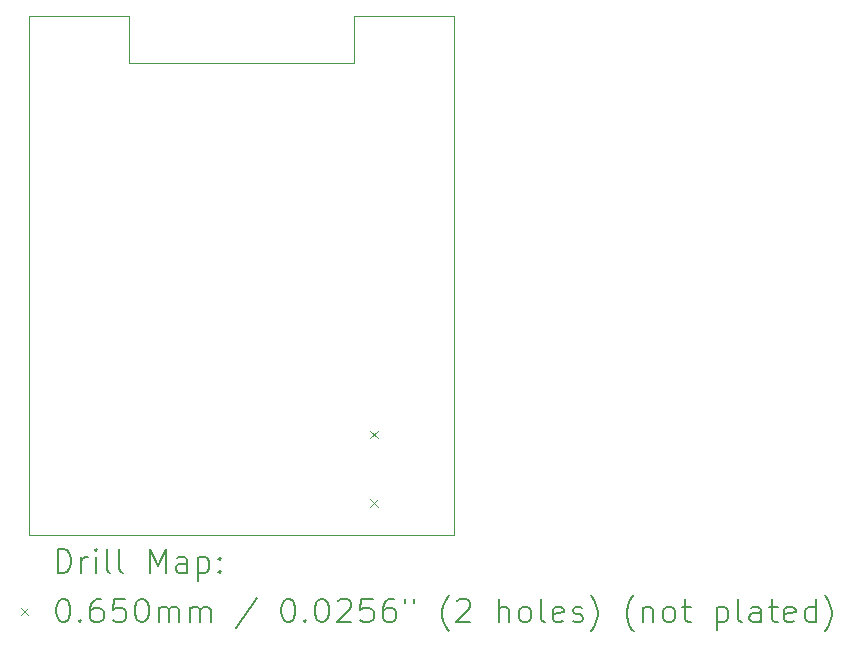
<source format=gbr>
%TF.GenerationSoftware,KiCad,Pcbnew,7.0.1-3b83917a11~172~ubuntu22.04.1*%
%TF.CreationDate,2023-04-18T10:02:11+02:00*%
%TF.ProjectId,part2,70617274-322e-46b6-9963-61645f706362,rev?*%
%TF.SameCoordinates,Original*%
%TF.FileFunction,Drillmap*%
%TF.FilePolarity,Positive*%
%FSLAX45Y45*%
G04 Gerber Fmt 4.5, Leading zero omitted, Abs format (unit mm)*
G04 Created by KiCad (PCBNEW 7.0.1-3b83917a11~172~ubuntu22.04.1) date 2023-04-18 10:02:11*
%MOMM*%
%LPD*%
G01*
G04 APERTURE LIST*
%ADD10C,0.100000*%
%ADD11C,0.200000*%
%ADD12C,0.065000*%
G04 APERTURE END LIST*
D10*
X12478200Y-7817400D02*
X13328200Y-7817400D01*
X13328200Y-7817400D02*
X13328200Y-8217400D01*
X16078200Y-12217400D02*
X16078200Y-7817400D01*
X13328200Y-8217400D02*
X15228200Y-8217400D01*
X12478200Y-7817400D02*
X12478200Y-12217400D01*
X15228200Y-7817400D02*
X16078200Y-7817400D01*
X15228200Y-8217400D02*
X15228200Y-7817400D01*
X12478200Y-12217400D02*
X16078200Y-12217400D01*
D11*
D12*
X15369050Y-11331100D02*
X15434050Y-11396100D01*
X15434050Y-11331100D02*
X15369050Y-11396100D01*
X15369050Y-11909100D02*
X15434050Y-11974100D01*
X15434050Y-11909100D02*
X15369050Y-11974100D01*
D11*
X12720819Y-12534924D02*
X12720819Y-12334924D01*
X12720819Y-12334924D02*
X12768438Y-12334924D01*
X12768438Y-12334924D02*
X12797009Y-12344448D01*
X12797009Y-12344448D02*
X12816057Y-12363495D01*
X12816057Y-12363495D02*
X12825581Y-12382543D01*
X12825581Y-12382543D02*
X12835105Y-12420638D01*
X12835105Y-12420638D02*
X12835105Y-12449209D01*
X12835105Y-12449209D02*
X12825581Y-12487305D01*
X12825581Y-12487305D02*
X12816057Y-12506352D01*
X12816057Y-12506352D02*
X12797009Y-12525400D01*
X12797009Y-12525400D02*
X12768438Y-12534924D01*
X12768438Y-12534924D02*
X12720819Y-12534924D01*
X12920819Y-12534924D02*
X12920819Y-12401590D01*
X12920819Y-12439686D02*
X12930343Y-12420638D01*
X12930343Y-12420638D02*
X12939867Y-12411114D01*
X12939867Y-12411114D02*
X12958914Y-12401590D01*
X12958914Y-12401590D02*
X12977962Y-12401590D01*
X13044628Y-12534924D02*
X13044628Y-12401590D01*
X13044628Y-12334924D02*
X13035105Y-12344448D01*
X13035105Y-12344448D02*
X13044628Y-12353971D01*
X13044628Y-12353971D02*
X13054152Y-12344448D01*
X13054152Y-12344448D02*
X13044628Y-12334924D01*
X13044628Y-12334924D02*
X13044628Y-12353971D01*
X13168438Y-12534924D02*
X13149390Y-12525400D01*
X13149390Y-12525400D02*
X13139867Y-12506352D01*
X13139867Y-12506352D02*
X13139867Y-12334924D01*
X13273200Y-12534924D02*
X13254152Y-12525400D01*
X13254152Y-12525400D02*
X13244628Y-12506352D01*
X13244628Y-12506352D02*
X13244628Y-12334924D01*
X13501771Y-12534924D02*
X13501771Y-12334924D01*
X13501771Y-12334924D02*
X13568438Y-12477781D01*
X13568438Y-12477781D02*
X13635105Y-12334924D01*
X13635105Y-12334924D02*
X13635105Y-12534924D01*
X13816057Y-12534924D02*
X13816057Y-12430162D01*
X13816057Y-12430162D02*
X13806533Y-12411114D01*
X13806533Y-12411114D02*
X13787486Y-12401590D01*
X13787486Y-12401590D02*
X13749390Y-12401590D01*
X13749390Y-12401590D02*
X13730343Y-12411114D01*
X13816057Y-12525400D02*
X13797009Y-12534924D01*
X13797009Y-12534924D02*
X13749390Y-12534924D01*
X13749390Y-12534924D02*
X13730343Y-12525400D01*
X13730343Y-12525400D02*
X13720819Y-12506352D01*
X13720819Y-12506352D02*
X13720819Y-12487305D01*
X13720819Y-12487305D02*
X13730343Y-12468257D01*
X13730343Y-12468257D02*
X13749390Y-12458733D01*
X13749390Y-12458733D02*
X13797009Y-12458733D01*
X13797009Y-12458733D02*
X13816057Y-12449209D01*
X13911295Y-12401590D02*
X13911295Y-12601590D01*
X13911295Y-12411114D02*
X13930343Y-12401590D01*
X13930343Y-12401590D02*
X13968438Y-12401590D01*
X13968438Y-12401590D02*
X13987486Y-12411114D01*
X13987486Y-12411114D02*
X13997009Y-12420638D01*
X13997009Y-12420638D02*
X14006533Y-12439686D01*
X14006533Y-12439686D02*
X14006533Y-12496828D01*
X14006533Y-12496828D02*
X13997009Y-12515876D01*
X13997009Y-12515876D02*
X13987486Y-12525400D01*
X13987486Y-12525400D02*
X13968438Y-12534924D01*
X13968438Y-12534924D02*
X13930343Y-12534924D01*
X13930343Y-12534924D02*
X13911295Y-12525400D01*
X14092248Y-12515876D02*
X14101771Y-12525400D01*
X14101771Y-12525400D02*
X14092248Y-12534924D01*
X14092248Y-12534924D02*
X14082724Y-12525400D01*
X14082724Y-12525400D02*
X14092248Y-12515876D01*
X14092248Y-12515876D02*
X14092248Y-12534924D01*
X14092248Y-12411114D02*
X14101771Y-12420638D01*
X14101771Y-12420638D02*
X14092248Y-12430162D01*
X14092248Y-12430162D02*
X14082724Y-12420638D01*
X14082724Y-12420638D02*
X14092248Y-12411114D01*
X14092248Y-12411114D02*
X14092248Y-12430162D01*
D12*
X12408200Y-12829900D02*
X12473200Y-12894900D01*
X12473200Y-12829900D02*
X12408200Y-12894900D01*
D11*
X12758914Y-12754924D02*
X12777962Y-12754924D01*
X12777962Y-12754924D02*
X12797009Y-12764448D01*
X12797009Y-12764448D02*
X12806533Y-12773971D01*
X12806533Y-12773971D02*
X12816057Y-12793019D01*
X12816057Y-12793019D02*
X12825581Y-12831114D01*
X12825581Y-12831114D02*
X12825581Y-12878733D01*
X12825581Y-12878733D02*
X12816057Y-12916828D01*
X12816057Y-12916828D02*
X12806533Y-12935876D01*
X12806533Y-12935876D02*
X12797009Y-12945400D01*
X12797009Y-12945400D02*
X12777962Y-12954924D01*
X12777962Y-12954924D02*
X12758914Y-12954924D01*
X12758914Y-12954924D02*
X12739867Y-12945400D01*
X12739867Y-12945400D02*
X12730343Y-12935876D01*
X12730343Y-12935876D02*
X12720819Y-12916828D01*
X12720819Y-12916828D02*
X12711295Y-12878733D01*
X12711295Y-12878733D02*
X12711295Y-12831114D01*
X12711295Y-12831114D02*
X12720819Y-12793019D01*
X12720819Y-12793019D02*
X12730343Y-12773971D01*
X12730343Y-12773971D02*
X12739867Y-12764448D01*
X12739867Y-12764448D02*
X12758914Y-12754924D01*
X12911295Y-12935876D02*
X12920819Y-12945400D01*
X12920819Y-12945400D02*
X12911295Y-12954924D01*
X12911295Y-12954924D02*
X12901771Y-12945400D01*
X12901771Y-12945400D02*
X12911295Y-12935876D01*
X12911295Y-12935876D02*
X12911295Y-12954924D01*
X13092248Y-12754924D02*
X13054152Y-12754924D01*
X13054152Y-12754924D02*
X13035105Y-12764448D01*
X13035105Y-12764448D02*
X13025581Y-12773971D01*
X13025581Y-12773971D02*
X13006533Y-12802543D01*
X13006533Y-12802543D02*
X12997009Y-12840638D01*
X12997009Y-12840638D02*
X12997009Y-12916828D01*
X12997009Y-12916828D02*
X13006533Y-12935876D01*
X13006533Y-12935876D02*
X13016057Y-12945400D01*
X13016057Y-12945400D02*
X13035105Y-12954924D01*
X13035105Y-12954924D02*
X13073200Y-12954924D01*
X13073200Y-12954924D02*
X13092248Y-12945400D01*
X13092248Y-12945400D02*
X13101771Y-12935876D01*
X13101771Y-12935876D02*
X13111295Y-12916828D01*
X13111295Y-12916828D02*
X13111295Y-12869209D01*
X13111295Y-12869209D02*
X13101771Y-12850162D01*
X13101771Y-12850162D02*
X13092248Y-12840638D01*
X13092248Y-12840638D02*
X13073200Y-12831114D01*
X13073200Y-12831114D02*
X13035105Y-12831114D01*
X13035105Y-12831114D02*
X13016057Y-12840638D01*
X13016057Y-12840638D02*
X13006533Y-12850162D01*
X13006533Y-12850162D02*
X12997009Y-12869209D01*
X13292248Y-12754924D02*
X13197009Y-12754924D01*
X13197009Y-12754924D02*
X13187486Y-12850162D01*
X13187486Y-12850162D02*
X13197009Y-12840638D01*
X13197009Y-12840638D02*
X13216057Y-12831114D01*
X13216057Y-12831114D02*
X13263676Y-12831114D01*
X13263676Y-12831114D02*
X13282724Y-12840638D01*
X13282724Y-12840638D02*
X13292248Y-12850162D01*
X13292248Y-12850162D02*
X13301771Y-12869209D01*
X13301771Y-12869209D02*
X13301771Y-12916828D01*
X13301771Y-12916828D02*
X13292248Y-12935876D01*
X13292248Y-12935876D02*
X13282724Y-12945400D01*
X13282724Y-12945400D02*
X13263676Y-12954924D01*
X13263676Y-12954924D02*
X13216057Y-12954924D01*
X13216057Y-12954924D02*
X13197009Y-12945400D01*
X13197009Y-12945400D02*
X13187486Y-12935876D01*
X13425581Y-12754924D02*
X13444629Y-12754924D01*
X13444629Y-12754924D02*
X13463676Y-12764448D01*
X13463676Y-12764448D02*
X13473200Y-12773971D01*
X13473200Y-12773971D02*
X13482724Y-12793019D01*
X13482724Y-12793019D02*
X13492248Y-12831114D01*
X13492248Y-12831114D02*
X13492248Y-12878733D01*
X13492248Y-12878733D02*
X13482724Y-12916828D01*
X13482724Y-12916828D02*
X13473200Y-12935876D01*
X13473200Y-12935876D02*
X13463676Y-12945400D01*
X13463676Y-12945400D02*
X13444629Y-12954924D01*
X13444629Y-12954924D02*
X13425581Y-12954924D01*
X13425581Y-12954924D02*
X13406533Y-12945400D01*
X13406533Y-12945400D02*
X13397009Y-12935876D01*
X13397009Y-12935876D02*
X13387486Y-12916828D01*
X13387486Y-12916828D02*
X13377962Y-12878733D01*
X13377962Y-12878733D02*
X13377962Y-12831114D01*
X13377962Y-12831114D02*
X13387486Y-12793019D01*
X13387486Y-12793019D02*
X13397009Y-12773971D01*
X13397009Y-12773971D02*
X13406533Y-12764448D01*
X13406533Y-12764448D02*
X13425581Y-12754924D01*
X13577962Y-12954924D02*
X13577962Y-12821590D01*
X13577962Y-12840638D02*
X13587486Y-12831114D01*
X13587486Y-12831114D02*
X13606533Y-12821590D01*
X13606533Y-12821590D02*
X13635105Y-12821590D01*
X13635105Y-12821590D02*
X13654152Y-12831114D01*
X13654152Y-12831114D02*
X13663676Y-12850162D01*
X13663676Y-12850162D02*
X13663676Y-12954924D01*
X13663676Y-12850162D02*
X13673200Y-12831114D01*
X13673200Y-12831114D02*
X13692248Y-12821590D01*
X13692248Y-12821590D02*
X13720819Y-12821590D01*
X13720819Y-12821590D02*
X13739867Y-12831114D01*
X13739867Y-12831114D02*
X13749390Y-12850162D01*
X13749390Y-12850162D02*
X13749390Y-12954924D01*
X13844629Y-12954924D02*
X13844629Y-12821590D01*
X13844629Y-12840638D02*
X13854152Y-12831114D01*
X13854152Y-12831114D02*
X13873200Y-12821590D01*
X13873200Y-12821590D02*
X13901771Y-12821590D01*
X13901771Y-12821590D02*
X13920819Y-12831114D01*
X13920819Y-12831114D02*
X13930343Y-12850162D01*
X13930343Y-12850162D02*
X13930343Y-12954924D01*
X13930343Y-12850162D02*
X13939867Y-12831114D01*
X13939867Y-12831114D02*
X13958914Y-12821590D01*
X13958914Y-12821590D02*
X13987486Y-12821590D01*
X13987486Y-12821590D02*
X14006533Y-12831114D01*
X14006533Y-12831114D02*
X14016057Y-12850162D01*
X14016057Y-12850162D02*
X14016057Y-12954924D01*
X14406533Y-12745400D02*
X14235105Y-13002543D01*
X14663676Y-12754924D02*
X14682724Y-12754924D01*
X14682724Y-12754924D02*
X14701772Y-12764448D01*
X14701772Y-12764448D02*
X14711295Y-12773971D01*
X14711295Y-12773971D02*
X14720819Y-12793019D01*
X14720819Y-12793019D02*
X14730343Y-12831114D01*
X14730343Y-12831114D02*
X14730343Y-12878733D01*
X14730343Y-12878733D02*
X14720819Y-12916828D01*
X14720819Y-12916828D02*
X14711295Y-12935876D01*
X14711295Y-12935876D02*
X14701772Y-12945400D01*
X14701772Y-12945400D02*
X14682724Y-12954924D01*
X14682724Y-12954924D02*
X14663676Y-12954924D01*
X14663676Y-12954924D02*
X14644629Y-12945400D01*
X14644629Y-12945400D02*
X14635105Y-12935876D01*
X14635105Y-12935876D02*
X14625581Y-12916828D01*
X14625581Y-12916828D02*
X14616057Y-12878733D01*
X14616057Y-12878733D02*
X14616057Y-12831114D01*
X14616057Y-12831114D02*
X14625581Y-12793019D01*
X14625581Y-12793019D02*
X14635105Y-12773971D01*
X14635105Y-12773971D02*
X14644629Y-12764448D01*
X14644629Y-12764448D02*
X14663676Y-12754924D01*
X14816057Y-12935876D02*
X14825581Y-12945400D01*
X14825581Y-12945400D02*
X14816057Y-12954924D01*
X14816057Y-12954924D02*
X14806533Y-12945400D01*
X14806533Y-12945400D02*
X14816057Y-12935876D01*
X14816057Y-12935876D02*
X14816057Y-12954924D01*
X14949391Y-12754924D02*
X14968438Y-12754924D01*
X14968438Y-12754924D02*
X14987486Y-12764448D01*
X14987486Y-12764448D02*
X14997010Y-12773971D01*
X14997010Y-12773971D02*
X15006533Y-12793019D01*
X15006533Y-12793019D02*
X15016057Y-12831114D01*
X15016057Y-12831114D02*
X15016057Y-12878733D01*
X15016057Y-12878733D02*
X15006533Y-12916828D01*
X15006533Y-12916828D02*
X14997010Y-12935876D01*
X14997010Y-12935876D02*
X14987486Y-12945400D01*
X14987486Y-12945400D02*
X14968438Y-12954924D01*
X14968438Y-12954924D02*
X14949391Y-12954924D01*
X14949391Y-12954924D02*
X14930343Y-12945400D01*
X14930343Y-12945400D02*
X14920819Y-12935876D01*
X14920819Y-12935876D02*
X14911295Y-12916828D01*
X14911295Y-12916828D02*
X14901772Y-12878733D01*
X14901772Y-12878733D02*
X14901772Y-12831114D01*
X14901772Y-12831114D02*
X14911295Y-12793019D01*
X14911295Y-12793019D02*
X14920819Y-12773971D01*
X14920819Y-12773971D02*
X14930343Y-12764448D01*
X14930343Y-12764448D02*
X14949391Y-12754924D01*
X15092248Y-12773971D02*
X15101772Y-12764448D01*
X15101772Y-12764448D02*
X15120819Y-12754924D01*
X15120819Y-12754924D02*
X15168438Y-12754924D01*
X15168438Y-12754924D02*
X15187486Y-12764448D01*
X15187486Y-12764448D02*
X15197010Y-12773971D01*
X15197010Y-12773971D02*
X15206533Y-12793019D01*
X15206533Y-12793019D02*
X15206533Y-12812067D01*
X15206533Y-12812067D02*
X15197010Y-12840638D01*
X15197010Y-12840638D02*
X15082724Y-12954924D01*
X15082724Y-12954924D02*
X15206533Y-12954924D01*
X15387486Y-12754924D02*
X15292248Y-12754924D01*
X15292248Y-12754924D02*
X15282724Y-12850162D01*
X15282724Y-12850162D02*
X15292248Y-12840638D01*
X15292248Y-12840638D02*
X15311295Y-12831114D01*
X15311295Y-12831114D02*
X15358914Y-12831114D01*
X15358914Y-12831114D02*
X15377962Y-12840638D01*
X15377962Y-12840638D02*
X15387486Y-12850162D01*
X15387486Y-12850162D02*
X15397010Y-12869209D01*
X15397010Y-12869209D02*
X15397010Y-12916828D01*
X15397010Y-12916828D02*
X15387486Y-12935876D01*
X15387486Y-12935876D02*
X15377962Y-12945400D01*
X15377962Y-12945400D02*
X15358914Y-12954924D01*
X15358914Y-12954924D02*
X15311295Y-12954924D01*
X15311295Y-12954924D02*
X15292248Y-12945400D01*
X15292248Y-12945400D02*
X15282724Y-12935876D01*
X15568438Y-12754924D02*
X15530343Y-12754924D01*
X15530343Y-12754924D02*
X15511295Y-12764448D01*
X15511295Y-12764448D02*
X15501772Y-12773971D01*
X15501772Y-12773971D02*
X15482724Y-12802543D01*
X15482724Y-12802543D02*
X15473200Y-12840638D01*
X15473200Y-12840638D02*
X15473200Y-12916828D01*
X15473200Y-12916828D02*
X15482724Y-12935876D01*
X15482724Y-12935876D02*
X15492248Y-12945400D01*
X15492248Y-12945400D02*
X15511295Y-12954924D01*
X15511295Y-12954924D02*
X15549391Y-12954924D01*
X15549391Y-12954924D02*
X15568438Y-12945400D01*
X15568438Y-12945400D02*
X15577962Y-12935876D01*
X15577962Y-12935876D02*
X15587486Y-12916828D01*
X15587486Y-12916828D02*
X15587486Y-12869209D01*
X15587486Y-12869209D02*
X15577962Y-12850162D01*
X15577962Y-12850162D02*
X15568438Y-12840638D01*
X15568438Y-12840638D02*
X15549391Y-12831114D01*
X15549391Y-12831114D02*
X15511295Y-12831114D01*
X15511295Y-12831114D02*
X15492248Y-12840638D01*
X15492248Y-12840638D02*
X15482724Y-12850162D01*
X15482724Y-12850162D02*
X15473200Y-12869209D01*
X15663676Y-12754924D02*
X15663676Y-12793019D01*
X15739867Y-12754924D02*
X15739867Y-12793019D01*
X16035105Y-13031114D02*
X16025581Y-13021590D01*
X16025581Y-13021590D02*
X16006534Y-12993019D01*
X16006534Y-12993019D02*
X15997010Y-12973971D01*
X15997010Y-12973971D02*
X15987486Y-12945400D01*
X15987486Y-12945400D02*
X15977962Y-12897781D01*
X15977962Y-12897781D02*
X15977962Y-12859686D01*
X15977962Y-12859686D02*
X15987486Y-12812067D01*
X15987486Y-12812067D02*
X15997010Y-12783495D01*
X15997010Y-12783495D02*
X16006534Y-12764448D01*
X16006534Y-12764448D02*
X16025581Y-12735876D01*
X16025581Y-12735876D02*
X16035105Y-12726352D01*
X16101772Y-12773971D02*
X16111295Y-12764448D01*
X16111295Y-12764448D02*
X16130343Y-12754924D01*
X16130343Y-12754924D02*
X16177962Y-12754924D01*
X16177962Y-12754924D02*
X16197010Y-12764448D01*
X16197010Y-12764448D02*
X16206534Y-12773971D01*
X16206534Y-12773971D02*
X16216057Y-12793019D01*
X16216057Y-12793019D02*
X16216057Y-12812067D01*
X16216057Y-12812067D02*
X16206534Y-12840638D01*
X16206534Y-12840638D02*
X16092248Y-12954924D01*
X16092248Y-12954924D02*
X16216057Y-12954924D01*
X16454153Y-12954924D02*
X16454153Y-12754924D01*
X16539867Y-12954924D02*
X16539867Y-12850162D01*
X16539867Y-12850162D02*
X16530343Y-12831114D01*
X16530343Y-12831114D02*
X16511296Y-12821590D01*
X16511296Y-12821590D02*
X16482724Y-12821590D01*
X16482724Y-12821590D02*
X16463676Y-12831114D01*
X16463676Y-12831114D02*
X16454153Y-12840638D01*
X16663676Y-12954924D02*
X16644629Y-12945400D01*
X16644629Y-12945400D02*
X16635105Y-12935876D01*
X16635105Y-12935876D02*
X16625581Y-12916828D01*
X16625581Y-12916828D02*
X16625581Y-12859686D01*
X16625581Y-12859686D02*
X16635105Y-12840638D01*
X16635105Y-12840638D02*
X16644629Y-12831114D01*
X16644629Y-12831114D02*
X16663676Y-12821590D01*
X16663676Y-12821590D02*
X16692248Y-12821590D01*
X16692248Y-12821590D02*
X16711296Y-12831114D01*
X16711296Y-12831114D02*
X16720819Y-12840638D01*
X16720819Y-12840638D02*
X16730343Y-12859686D01*
X16730343Y-12859686D02*
X16730343Y-12916828D01*
X16730343Y-12916828D02*
X16720819Y-12935876D01*
X16720819Y-12935876D02*
X16711296Y-12945400D01*
X16711296Y-12945400D02*
X16692248Y-12954924D01*
X16692248Y-12954924D02*
X16663676Y-12954924D01*
X16844629Y-12954924D02*
X16825581Y-12945400D01*
X16825581Y-12945400D02*
X16816058Y-12926352D01*
X16816058Y-12926352D02*
X16816058Y-12754924D01*
X16997010Y-12945400D02*
X16977962Y-12954924D01*
X16977962Y-12954924D02*
X16939867Y-12954924D01*
X16939867Y-12954924D02*
X16920819Y-12945400D01*
X16920819Y-12945400D02*
X16911296Y-12926352D01*
X16911296Y-12926352D02*
X16911296Y-12850162D01*
X16911296Y-12850162D02*
X16920819Y-12831114D01*
X16920819Y-12831114D02*
X16939867Y-12821590D01*
X16939867Y-12821590D02*
X16977962Y-12821590D01*
X16977962Y-12821590D02*
X16997010Y-12831114D01*
X16997010Y-12831114D02*
X17006534Y-12850162D01*
X17006534Y-12850162D02*
X17006534Y-12869209D01*
X17006534Y-12869209D02*
X16911296Y-12888257D01*
X17082724Y-12945400D02*
X17101772Y-12954924D01*
X17101772Y-12954924D02*
X17139867Y-12954924D01*
X17139867Y-12954924D02*
X17158915Y-12945400D01*
X17158915Y-12945400D02*
X17168439Y-12926352D01*
X17168439Y-12926352D02*
X17168439Y-12916828D01*
X17168439Y-12916828D02*
X17158915Y-12897781D01*
X17158915Y-12897781D02*
X17139867Y-12888257D01*
X17139867Y-12888257D02*
X17111296Y-12888257D01*
X17111296Y-12888257D02*
X17092248Y-12878733D01*
X17092248Y-12878733D02*
X17082724Y-12859686D01*
X17082724Y-12859686D02*
X17082724Y-12850162D01*
X17082724Y-12850162D02*
X17092248Y-12831114D01*
X17092248Y-12831114D02*
X17111296Y-12821590D01*
X17111296Y-12821590D02*
X17139867Y-12821590D01*
X17139867Y-12821590D02*
X17158915Y-12831114D01*
X17235105Y-13031114D02*
X17244629Y-13021590D01*
X17244629Y-13021590D02*
X17263677Y-12993019D01*
X17263677Y-12993019D02*
X17273200Y-12973971D01*
X17273200Y-12973971D02*
X17282724Y-12945400D01*
X17282724Y-12945400D02*
X17292248Y-12897781D01*
X17292248Y-12897781D02*
X17292248Y-12859686D01*
X17292248Y-12859686D02*
X17282724Y-12812067D01*
X17282724Y-12812067D02*
X17273200Y-12783495D01*
X17273200Y-12783495D02*
X17263677Y-12764448D01*
X17263677Y-12764448D02*
X17244629Y-12735876D01*
X17244629Y-12735876D02*
X17235105Y-12726352D01*
X17597010Y-13031114D02*
X17587486Y-13021590D01*
X17587486Y-13021590D02*
X17568439Y-12993019D01*
X17568439Y-12993019D02*
X17558915Y-12973971D01*
X17558915Y-12973971D02*
X17549391Y-12945400D01*
X17549391Y-12945400D02*
X17539867Y-12897781D01*
X17539867Y-12897781D02*
X17539867Y-12859686D01*
X17539867Y-12859686D02*
X17549391Y-12812067D01*
X17549391Y-12812067D02*
X17558915Y-12783495D01*
X17558915Y-12783495D02*
X17568439Y-12764448D01*
X17568439Y-12764448D02*
X17587486Y-12735876D01*
X17587486Y-12735876D02*
X17597010Y-12726352D01*
X17673200Y-12821590D02*
X17673200Y-12954924D01*
X17673200Y-12840638D02*
X17682724Y-12831114D01*
X17682724Y-12831114D02*
X17701772Y-12821590D01*
X17701772Y-12821590D02*
X17730343Y-12821590D01*
X17730343Y-12821590D02*
X17749391Y-12831114D01*
X17749391Y-12831114D02*
X17758915Y-12850162D01*
X17758915Y-12850162D02*
X17758915Y-12954924D01*
X17882724Y-12954924D02*
X17863677Y-12945400D01*
X17863677Y-12945400D02*
X17854153Y-12935876D01*
X17854153Y-12935876D02*
X17844629Y-12916828D01*
X17844629Y-12916828D02*
X17844629Y-12859686D01*
X17844629Y-12859686D02*
X17854153Y-12840638D01*
X17854153Y-12840638D02*
X17863677Y-12831114D01*
X17863677Y-12831114D02*
X17882724Y-12821590D01*
X17882724Y-12821590D02*
X17911296Y-12821590D01*
X17911296Y-12821590D02*
X17930343Y-12831114D01*
X17930343Y-12831114D02*
X17939867Y-12840638D01*
X17939867Y-12840638D02*
X17949391Y-12859686D01*
X17949391Y-12859686D02*
X17949391Y-12916828D01*
X17949391Y-12916828D02*
X17939867Y-12935876D01*
X17939867Y-12935876D02*
X17930343Y-12945400D01*
X17930343Y-12945400D02*
X17911296Y-12954924D01*
X17911296Y-12954924D02*
X17882724Y-12954924D01*
X18006534Y-12821590D02*
X18082724Y-12821590D01*
X18035105Y-12754924D02*
X18035105Y-12926352D01*
X18035105Y-12926352D02*
X18044629Y-12945400D01*
X18044629Y-12945400D02*
X18063677Y-12954924D01*
X18063677Y-12954924D02*
X18082724Y-12954924D01*
X18301772Y-12821590D02*
X18301772Y-13021590D01*
X18301772Y-12831114D02*
X18320820Y-12821590D01*
X18320820Y-12821590D02*
X18358915Y-12821590D01*
X18358915Y-12821590D02*
X18377962Y-12831114D01*
X18377962Y-12831114D02*
X18387486Y-12840638D01*
X18387486Y-12840638D02*
X18397010Y-12859686D01*
X18397010Y-12859686D02*
X18397010Y-12916828D01*
X18397010Y-12916828D02*
X18387486Y-12935876D01*
X18387486Y-12935876D02*
X18377962Y-12945400D01*
X18377962Y-12945400D02*
X18358915Y-12954924D01*
X18358915Y-12954924D02*
X18320820Y-12954924D01*
X18320820Y-12954924D02*
X18301772Y-12945400D01*
X18511296Y-12954924D02*
X18492248Y-12945400D01*
X18492248Y-12945400D02*
X18482724Y-12926352D01*
X18482724Y-12926352D02*
X18482724Y-12754924D01*
X18673201Y-12954924D02*
X18673201Y-12850162D01*
X18673201Y-12850162D02*
X18663677Y-12831114D01*
X18663677Y-12831114D02*
X18644629Y-12821590D01*
X18644629Y-12821590D02*
X18606534Y-12821590D01*
X18606534Y-12821590D02*
X18587486Y-12831114D01*
X18673201Y-12945400D02*
X18654153Y-12954924D01*
X18654153Y-12954924D02*
X18606534Y-12954924D01*
X18606534Y-12954924D02*
X18587486Y-12945400D01*
X18587486Y-12945400D02*
X18577962Y-12926352D01*
X18577962Y-12926352D02*
X18577962Y-12907305D01*
X18577962Y-12907305D02*
X18587486Y-12888257D01*
X18587486Y-12888257D02*
X18606534Y-12878733D01*
X18606534Y-12878733D02*
X18654153Y-12878733D01*
X18654153Y-12878733D02*
X18673201Y-12869209D01*
X18739867Y-12821590D02*
X18816058Y-12821590D01*
X18768439Y-12754924D02*
X18768439Y-12926352D01*
X18768439Y-12926352D02*
X18777962Y-12945400D01*
X18777962Y-12945400D02*
X18797010Y-12954924D01*
X18797010Y-12954924D02*
X18816058Y-12954924D01*
X18958915Y-12945400D02*
X18939867Y-12954924D01*
X18939867Y-12954924D02*
X18901772Y-12954924D01*
X18901772Y-12954924D02*
X18882724Y-12945400D01*
X18882724Y-12945400D02*
X18873201Y-12926352D01*
X18873201Y-12926352D02*
X18873201Y-12850162D01*
X18873201Y-12850162D02*
X18882724Y-12831114D01*
X18882724Y-12831114D02*
X18901772Y-12821590D01*
X18901772Y-12821590D02*
X18939867Y-12821590D01*
X18939867Y-12821590D02*
X18958915Y-12831114D01*
X18958915Y-12831114D02*
X18968439Y-12850162D01*
X18968439Y-12850162D02*
X18968439Y-12869209D01*
X18968439Y-12869209D02*
X18873201Y-12888257D01*
X19139867Y-12954924D02*
X19139867Y-12754924D01*
X19139867Y-12945400D02*
X19120820Y-12954924D01*
X19120820Y-12954924D02*
X19082724Y-12954924D01*
X19082724Y-12954924D02*
X19063677Y-12945400D01*
X19063677Y-12945400D02*
X19054153Y-12935876D01*
X19054153Y-12935876D02*
X19044629Y-12916828D01*
X19044629Y-12916828D02*
X19044629Y-12859686D01*
X19044629Y-12859686D02*
X19054153Y-12840638D01*
X19054153Y-12840638D02*
X19063677Y-12831114D01*
X19063677Y-12831114D02*
X19082724Y-12821590D01*
X19082724Y-12821590D02*
X19120820Y-12821590D01*
X19120820Y-12821590D02*
X19139867Y-12831114D01*
X19216058Y-13031114D02*
X19225582Y-13021590D01*
X19225582Y-13021590D02*
X19244629Y-12993019D01*
X19244629Y-12993019D02*
X19254153Y-12973971D01*
X19254153Y-12973971D02*
X19263677Y-12945400D01*
X19263677Y-12945400D02*
X19273201Y-12897781D01*
X19273201Y-12897781D02*
X19273201Y-12859686D01*
X19273201Y-12859686D02*
X19263677Y-12812067D01*
X19263677Y-12812067D02*
X19254153Y-12783495D01*
X19254153Y-12783495D02*
X19244629Y-12764448D01*
X19244629Y-12764448D02*
X19225582Y-12735876D01*
X19225582Y-12735876D02*
X19216058Y-12726352D01*
M02*

</source>
